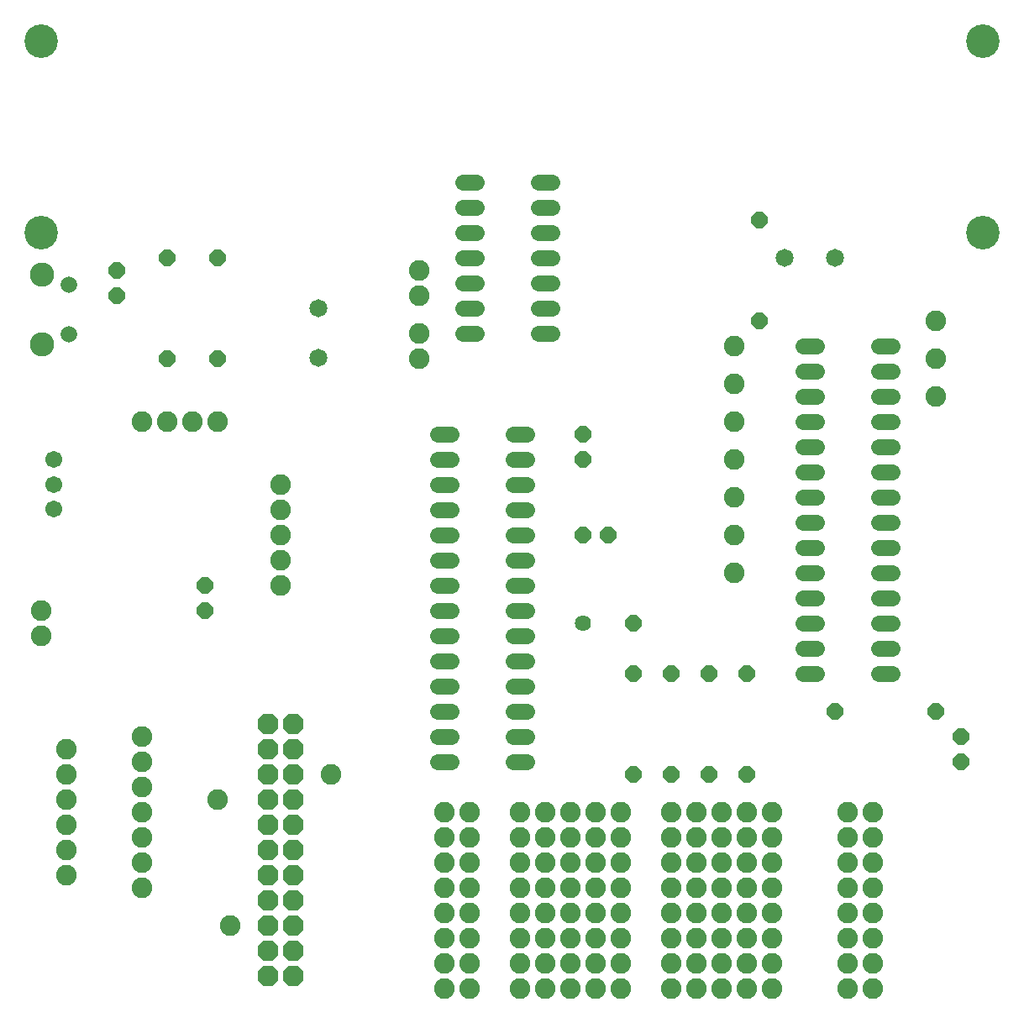
<source format=gbs>
G04 EAGLE Gerber RS-274X export*
G75*
%MOMM*%
%FSLAX34Y34*%
%LPD*%
%INBottom Soldermask*%
%IPPOS*%
%AMOC8*
5,1,8,0,0,1.08239X$1,22.5*%
G01*
%ADD10C,3.378200*%
%ADD11C,1.662800*%
%ADD12C,2.453200*%
%ADD13C,2.082800*%
%ADD14C,1.712800*%
%ADD15P,1.759533X8X112.500000*%
%ADD16C,1.812800*%
%ADD17C,1.625600*%
%ADD18P,1.759533X8X292.500000*%
%ADD19P,1.759533X8X202.500000*%
%ADD20P,2.254402X8X112.500000*%
%ADD21C,1.625600*%
%ADD22P,1.759533X8X22.500000*%


D10*
X25400Y980440D03*
X25400Y787400D03*
X974598Y787400D03*
X974598Y980440D03*
D11*
X53670Y734930D03*
X53670Y684930D03*
D12*
X26670Y744930D03*
X26670Y674930D03*
D13*
X25400Y381000D03*
X25400Y406400D03*
D14*
X38100Y558400D03*
X38100Y533400D03*
X38100Y508400D03*
D13*
X127000Y596900D03*
X152400Y596900D03*
X177800Y596900D03*
X203200Y596900D03*
D15*
X101600Y723900D03*
X101600Y749300D03*
X152400Y660400D03*
X152400Y762000D03*
D13*
X266700Y533400D03*
X266700Y508000D03*
X266700Y482600D03*
X266700Y457200D03*
X266700Y431800D03*
D16*
X304800Y660800D03*
X304800Y710800D03*
D15*
X203200Y660400D03*
X203200Y762000D03*
D13*
X127000Y279400D03*
X127000Y254000D03*
X127000Y228600D03*
X127000Y203200D03*
X127000Y177800D03*
X127000Y152400D03*
X127000Y127000D03*
D17*
X792988Y673100D02*
X807212Y673100D01*
X807212Y647700D02*
X792988Y647700D01*
X792988Y622300D02*
X807212Y622300D01*
X807212Y596900D02*
X792988Y596900D01*
X792988Y571500D02*
X807212Y571500D01*
X807212Y546100D02*
X792988Y546100D01*
X792988Y520700D02*
X807212Y520700D01*
X807212Y495300D02*
X792988Y495300D01*
X792988Y469900D02*
X807212Y469900D01*
X807212Y444500D02*
X792988Y444500D01*
X792988Y419100D02*
X807212Y419100D01*
X807212Y393700D02*
X792988Y393700D01*
X792988Y368300D02*
X807212Y368300D01*
X807212Y342900D02*
X792988Y342900D01*
X869188Y342900D02*
X883412Y342900D01*
X883412Y368300D02*
X869188Y368300D01*
X869188Y393700D02*
X883412Y393700D01*
X883412Y419100D02*
X869188Y419100D01*
X869188Y444500D02*
X883412Y444500D01*
X883412Y469900D02*
X869188Y469900D01*
X869188Y495300D02*
X883412Y495300D01*
X883412Y520700D02*
X869188Y520700D01*
X869188Y546100D02*
X883412Y546100D01*
X883412Y571500D02*
X869188Y571500D01*
X869188Y596900D02*
X883412Y596900D01*
X883412Y622300D02*
X869188Y622300D01*
X869188Y647700D02*
X883412Y647700D01*
X883412Y673100D02*
X869188Y673100D01*
D15*
X698500Y241300D03*
X698500Y342900D03*
D18*
X736600Y342900D03*
X736600Y241300D03*
X952500Y279400D03*
X952500Y254000D03*
D19*
X927100Y304800D03*
X825500Y304800D03*
D16*
X775100Y762000D03*
X825100Y762000D03*
D18*
X749300Y800100D03*
X749300Y698500D03*
D17*
X464312Y838200D02*
X450088Y838200D01*
X450088Y812800D02*
X464312Y812800D01*
X464312Y685800D02*
X450088Y685800D01*
X526288Y685800D02*
X540512Y685800D01*
X464312Y787400D02*
X450088Y787400D01*
X450088Y762000D02*
X464312Y762000D01*
X464312Y711200D02*
X450088Y711200D01*
X450088Y736600D02*
X464312Y736600D01*
X526288Y711200D02*
X540512Y711200D01*
X540512Y736600D02*
X526288Y736600D01*
X526288Y762000D02*
X540512Y762000D01*
X540512Y787400D02*
X526288Y787400D01*
X526288Y812800D02*
X540512Y812800D01*
X540512Y838200D02*
X526288Y838200D01*
D13*
X406400Y723900D03*
X406400Y749300D03*
X406400Y660400D03*
X406400Y685800D03*
D20*
X279400Y38100D03*
X254000Y38100D03*
X279400Y63500D03*
X254000Y63500D03*
X279400Y88900D03*
X254000Y88900D03*
X279400Y114300D03*
X254000Y114300D03*
X279400Y139700D03*
X254000Y139700D03*
X279400Y165100D03*
X254000Y165100D03*
X279400Y190500D03*
X254000Y190500D03*
X279400Y215900D03*
X254000Y215900D03*
X279400Y241300D03*
X254000Y241300D03*
X279400Y266700D03*
X254000Y266700D03*
X279400Y292100D03*
X254000Y292100D03*
D15*
X622300Y241300D03*
X622300Y342900D03*
X660400Y241300D03*
X660400Y342900D03*
D17*
X438912Y584200D02*
X424688Y584200D01*
X424688Y558800D02*
X438912Y558800D01*
X438912Y533400D02*
X424688Y533400D01*
X424688Y508000D02*
X438912Y508000D01*
X438912Y482600D02*
X424688Y482600D01*
X424688Y457200D02*
X438912Y457200D01*
X438912Y431800D02*
X424688Y431800D01*
X424688Y406400D02*
X438912Y406400D01*
X438912Y381000D02*
X424688Y381000D01*
X424688Y355600D02*
X438912Y355600D01*
X438912Y330200D02*
X424688Y330200D01*
X424688Y304800D02*
X438912Y304800D01*
X438912Y279400D02*
X424688Y279400D01*
X424688Y254000D02*
X438912Y254000D01*
X500888Y254000D02*
X515112Y254000D01*
X515112Y279400D02*
X500888Y279400D01*
X500888Y304800D02*
X515112Y304800D01*
X515112Y330200D02*
X500888Y330200D01*
X500888Y355600D02*
X515112Y355600D01*
X515112Y381000D02*
X500888Y381000D01*
X500888Y406400D02*
X515112Y406400D01*
X515112Y431800D02*
X500888Y431800D01*
X500888Y457200D02*
X515112Y457200D01*
X515112Y482600D02*
X500888Y482600D01*
X500888Y508000D02*
X515112Y508000D01*
X515112Y533400D02*
X500888Y533400D01*
X500888Y558800D02*
X515112Y558800D01*
X515112Y584200D02*
X500888Y584200D01*
D18*
X571500Y584200D03*
X571500Y558800D03*
D19*
X596900Y482600D03*
X571500Y482600D03*
D21*
X571500Y393700D03*
D22*
X622300Y393700D03*
D13*
X215900Y88900D03*
X203200Y215900D03*
X317500Y241300D03*
X723900Y673100D03*
X723900Y635000D03*
X723900Y596900D03*
X723900Y558800D03*
X723900Y520700D03*
X723900Y482600D03*
X723900Y444500D03*
X927100Y698500D03*
X927100Y660400D03*
X927100Y622300D03*
X50800Y266700D03*
X50800Y241300D03*
X50800Y215900D03*
X50800Y190500D03*
X50800Y165100D03*
X50800Y139700D03*
X508000Y25400D03*
X508000Y50800D03*
X508000Y76200D03*
X508000Y101600D03*
X508000Y127000D03*
X508000Y152400D03*
X508000Y177800D03*
X508000Y203200D03*
X533400Y25400D03*
X533400Y50800D03*
X533400Y76200D03*
X533400Y101600D03*
X533400Y127000D03*
X533400Y152400D03*
X533400Y177800D03*
X533400Y203200D03*
X558800Y25400D03*
X558800Y50800D03*
X558800Y76200D03*
X558800Y101600D03*
X558800Y127000D03*
X558800Y152400D03*
X558800Y177800D03*
X558800Y203200D03*
X584200Y25400D03*
X584200Y50800D03*
X584200Y76200D03*
X584200Y101600D03*
X584200Y127000D03*
X584200Y152400D03*
X584200Y177800D03*
X584200Y203200D03*
X609600Y25400D03*
X609600Y50800D03*
X609600Y76200D03*
X609600Y101600D03*
X609600Y127000D03*
X609600Y152400D03*
X609600Y177800D03*
X609600Y203200D03*
X838200Y25400D03*
X838200Y50800D03*
X838200Y76200D03*
X838200Y101600D03*
X838200Y127000D03*
X838200Y152400D03*
X838200Y177800D03*
X838200Y203200D03*
X431800Y25400D03*
X431800Y50800D03*
X431800Y76200D03*
X431800Y101600D03*
X431800Y127000D03*
X431800Y152400D03*
X431800Y177800D03*
X431800Y203200D03*
X457200Y25400D03*
X457200Y50800D03*
X457200Y76200D03*
X457200Y101600D03*
X457200Y127000D03*
X457200Y152400D03*
X457200Y177800D03*
X457200Y203200D03*
X863600Y25400D03*
X863600Y50800D03*
X863600Y76200D03*
X863600Y101600D03*
X863600Y127000D03*
X863600Y152400D03*
X863600Y177800D03*
X863600Y203200D03*
X660400Y25400D03*
X660400Y50800D03*
X660400Y76200D03*
X660400Y101600D03*
X660400Y127000D03*
X660400Y152400D03*
X660400Y177800D03*
X660400Y203200D03*
X685800Y25400D03*
X685800Y50800D03*
X685800Y76200D03*
X685800Y101600D03*
X685800Y127000D03*
X685800Y152400D03*
X685800Y177800D03*
X685800Y203200D03*
X711200Y25400D03*
X711200Y50800D03*
X711200Y76200D03*
X711200Y101600D03*
X711200Y127000D03*
X711200Y152400D03*
X711200Y177800D03*
X711200Y203200D03*
X736600Y25400D03*
X736600Y50800D03*
X736600Y76200D03*
X736600Y101600D03*
X736600Y127000D03*
X736600Y152400D03*
X736600Y177800D03*
X736600Y203200D03*
X762000Y25400D03*
X762000Y50800D03*
X762000Y76200D03*
X762000Y101600D03*
X762000Y127000D03*
X762000Y152400D03*
X762000Y177800D03*
X762000Y203200D03*
D18*
X190500Y431800D03*
X190500Y406400D03*
M02*

</source>
